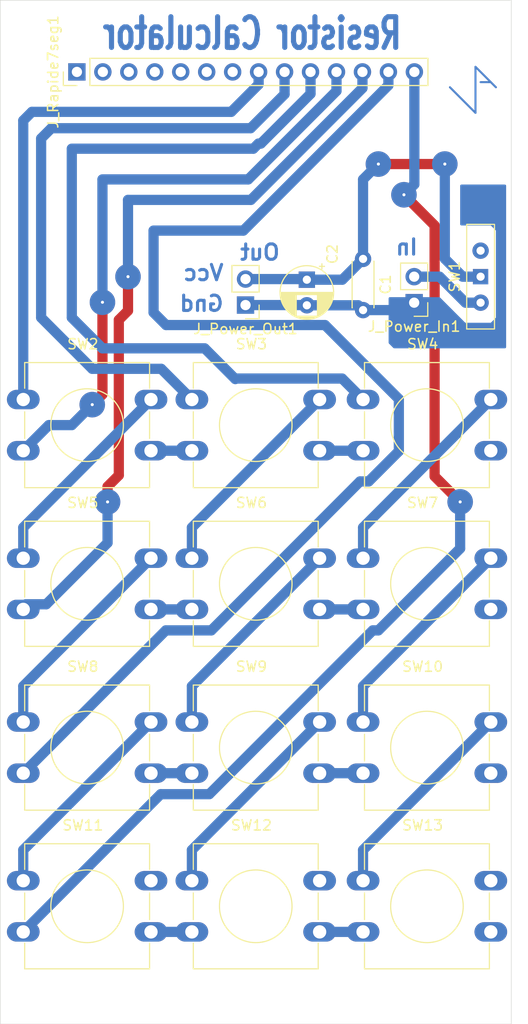
<source format=kicad_pcb>
(kicad_pcb (version 20240108) (generator "pcbnew") (generator_version "8.0")
  (title_block (title "Resistor Calculator") (date "2024-04-15") (company "electrogeek.cc"))
  (layers (0 "F.Cu" signal) (31 "B.Cu" signal) (34 "B.Paste" user) (35 "F.Paste" user) (36 "B.SilkS" user "B.Silkscreen") (37 "F.SilkS" user "F.Silkscreen") (38 "B.Mask" user) (39 "F.Mask" user) (44 "Edge.Cuts" user))
  (net 0 "")
  (net 1 "GND")
  (net 2 "Net-(J_Power_Out1-Pin_2)")
  (net 3 "Net-(J_Power_In1-Pin_2)")
  (net 6 "Net-(J_Rapide7seg1-Pin_11)")
  (net 8 "Net-(J_Rapide7seg1-Pin_13)")
  (net 11 "Net-(J_Rapide7seg1-Pin_8)")
  (net 12 "Net-(J_Rapide7seg1-Pin_12)")
  (net 14 "Net-(J_Rapide7seg1-Pin_10)")
  (net 15 "Net-(J_Rapide7seg1-Pin_9)")
  (net 16 "Net-(J_Rapide7seg1-Pin_14)")
  (footprint "Button_Switch_THT:SW_PUSH-12mm" (layer "F.Cu") (at 164.75 82.5)
    (property "Reference" "SW5" (at 5.83 -5.41 0) (layer "F.SilkS"))
    (property "Value" "SW_SPST")
    (fp_line (start 0.14 -3.61) (end 0.14 -1.1) (stroke (width 0.12)) (layer "F.SilkS"))
    (fp_line (start 0.14 -3.61) (end 12.36 -3.61) (stroke (width 0.12)) (layer "F.SilkS"))
    (fp_line (start 0.14 1.2) (end 0.14 3.8) (stroke (width 0.12)) (layer "F.SilkS"))
    (fp_line (start 0.14 6.1) (end 0.14 8.61) (stroke (width 0.12)) (layer "F.SilkS"))
    (fp_line (start 12.36 -3.61) (end 12.36 -1.1) (stroke (width 0.12)) (layer "F.SilkS"))
    (fp_line (start 12.36 1.2) (end 12.36 3.8) (stroke (width 0.12)) (layer "F.SilkS"))
    (fp_line (start 12.36 6.1) (end 12.36 8.61) (stroke (width 0.12)) (layer "F.SilkS"))
    (fp_line (start 12.36 8.61) (end 0.14 8.61) (stroke (width 0.12)) (layer "F.SilkS"))
    (fp_circle (center 6.25 2.5) (end 9.8 2.5) (stroke (width 0.12)) (fill none) (layer "F.SilkS"))
    (pad "1" thru_hole oval (at 0 0) (size 3.2 1.9) (drill 1.3) (layers "*.Cu" "*.Mask") (net 11 "Net-(J_Rapide7seg1-Pin_8)"))
    (pad "1" thru_hole oval (at 12.5 0) (size 3.2 1.9) (drill 1.3) (layers "*.Cu" "*.Mask") (net 11 "Net-(J_Rapide7seg1-Pin_8)"))
    (pad "2" thru_hole oval (at 0 5) (size 3.2 1.9) (drill 1.3) (layers "*.Cu" "*.Mask") (net 12 "Net-(J_Rapide7seg1-Pin_12)"))
    (pad "2" thru_hole oval (at 12.5 5) (size 3.2 1.9) (drill 1.3) (layers "*.Cu" "*.Mask") (net 12 "Net-(J_Rapide7seg1-Pin_12)"))
  )
  (footprint "Button_Switch_THT:SW_PUSH-12mm" (layer "F.Cu") (at 198 98.5)
    (property "Reference" "SW10" (at 5.83 -5.41 0) (layer "F.SilkS"))
    (property "Value" "SW_SPST")
    (fp_line (start 0.14 -3.61) (end 0.14 -1.1) (stroke (width 0.12)) (layer "F.SilkS"))
    (fp_line (start 0.14 -3.61) (end 12.36 -3.61) (stroke (width 0.12)) (layer "F.SilkS"))
    (fp_line (start 0.14 1.2) (end 0.14 3.8) (stroke (width 0.12)) (layer "F.SilkS"))
    (fp_line (start 0.14 6.1) (end 0.14 8.61) (stroke (width 0.12)) (layer "F.SilkS"))
    (fp_line (start 12.36 -3.61) (end 12.36 -1.1) (stroke (width 0.12)) (layer "F.SilkS"))
    (fp_line (start 12.36 1.2) (end 12.36 3.8) (stroke (width 0.12)) (layer "F.SilkS"))
    (fp_line (start 12.36 6.1) (end 12.36 8.61) (stroke (width 0.12)) (layer "F.SilkS"))
    (fp_line (start 12.36 8.61) (end 0.14 8.61) (stroke (width 0.12)) (layer "F.SilkS"))
    (fp_circle (center 6.25 2.5) (end 9.8 2.5) (stroke (width 0.12)) (fill none) (layer "F.SilkS"))
    (pad "1" thru_hole oval (at 0 0) (size 3.2 1.9) (drill 1.3) (layers "*.Cu" "*.Mask") (net 14 "Net-(J_Rapide7seg1-Pin_10)"))
    (pad "1" thru_hole oval (at 12.5 0) (size 3.2 1.9) (drill 1.3) (layers "*.Cu" "*.Mask") (net 14 "Net-(J_Rapide7seg1-Pin_10)"))
    (pad "2" thru_hole oval (at 0 5) (size 3.2 1.9) (drill 1.3) (layers "*.Cu" "*.Mask") (net 8 "Net-(J_Rapide7seg1-Pin_13)"))
    (pad "2" thru_hole oval (at 12.5 5) (size 3.2 1.9) (drill 1.3) (layers "*.Cu" "*.Mask") (net 8 "Net-(J_Rapide7seg1-Pin_13)"))
  )
  (footprint "Button_Switch_THT:SW_PUSH-12mm" (layer "F.Cu") (at 181.25 114)
    (property "Reference" "SW12" (at 5.83 -5.41 0) (layer "F.SilkS"))
    (property "Value" "SW_SPST")
    (fp_line (start 0.14 -3.61) (end 0.14 -1.1) (stroke (width 0.12)) (layer "F.SilkS"))
    (fp_line (start 0.14 -3.61) (end 12.36 -3.61) (stroke (width 0.12)) (layer "F.SilkS"))
    (fp_line (start 0.14 1.2) (end 0.14 3.8) (stroke (width 0.12)) (layer "F.SilkS"))
    (fp_line (start 0.14 6.1) (end 0.14 8.61) (stroke (width 0.12)) (layer "F.SilkS"))
    (fp_line (start 12.36 -3.61) (end 12.36 -1.1) (stroke (width 0.12)) (layer "F.SilkS"))
    (fp_line (start 12.36 1.2) (end 12.36 3.8) (stroke (width 0.12)) (layer "F.SilkS"))
    (fp_line (start 12.36 6.1) (end 12.36 8.61) (stroke (width 0.12)) (layer "F.SilkS"))
    (fp_line (start 12.36 8.61) (end 0.14 8.61) (stroke (width 0.12)) (layer "F.SilkS"))
    (fp_circle (center 6.25 2.5) (end 9.8 2.5) (stroke (width 0.12)) (fill none) (layer "F.SilkS"))
    (pad "1" thru_hole oval (at 0 0) (size 3.2 1.9) (drill 1.3) (layers "*.Cu" "*.Mask") (net 15 "Net-(J_Rapide7seg1-Pin_9)"))
    (pad "1" thru_hole oval (at 12.5 0) (size 3.2 1.9) (drill 1.3) (layers "*.Cu" "*.Mask") (net 15 "Net-(J_Rapide7seg1-Pin_9)"))
    (pad "2" thru_hole oval (at 0 5) (size 3.2 1.9) (drill 1.3) (layers "*.Cu" "*.Mask") (net 16 "Net-(J_Rapide7seg1-Pin_14)"))
    (pad "2" thru_hole oval (at 12.5 5) (size 3.2 1.9) (drill 1.3) (layers "*.Cu" "*.Mask") (net 16 "Net-(J_Rapide7seg1-Pin_14)"))
  )
  (footprint "Connector_PinHeader_2.54mm:PinHeader_1x14_P2.54mm_Vertical" (layer "F.Cu") (at 170 35 90)
    (property "Reference" "J_Rapide7seg1" (at 0 -2.33 -90) (layer "F.SilkS"))
    (property "Value" "Conn_01x14")
    (fp_line (start -1.33 -1.33) (end 0 -1.33) (stroke (width 0.12)) (layer "F.SilkS"))
    (fp_line (start -1.33 0) (end -1.33 -1.33) (stroke (width 0.12)) (layer "F.SilkS"))
    (fp_line (start 1.33 1.27) (end 1.33 34.35) (stroke (width 0.12)) (layer "F.SilkS"))
    (fp_line (start -1.33 1.27) (end 1.33 1.27) (stroke (width 0.12)) (layer "F.SilkS"))
    (fp_line (start -1.33 1.27) (end -1.33 34.35) (stroke (width 0.12)) (layer "F.SilkS"))
    (fp_line (start -1.33 34.35) (end 1.33 34.35) (stroke (width 0.12)) (layer "F.SilkS"))
    (pad "1" thru_hole rect (at 0 0 90) (size 1.7 1.7) (drill 1) (layers "*.Cu" "*.Mask"))
    (pad "2" thru_hole oval (at 0 2.54 90) (size 1.7 1.7) (drill 1) (layers "*.Cu" "*.Mask"))
    (pad "3" thru_hole oval (at 0 5.08 90) (size 1.7 1.7) (drill 1) (layers "*.Cu" "*.Mask"))
    (pad "4" thru_hole oval (at 0 7.62 90) (size 1.7 1.7) (drill 1) (layers "*.Cu" "*.Mask"))
    (pad "5" thru_hole oval (at 0 10.16 90) (size 1.7 1.7) (drill 1) (layers "*.Cu" "*.Mask"))
    (pad "6" thru_hole oval (at 0 12.7 90) (size 1.7 1.7) (drill 1) (layers "*.Cu" "*.Mask"))
    (pad "7" thru_hole oval (at 0 15.24 90) (size 1.7 1.7) (drill 1) (layers "*.Cu" "*.Mask"))
    (pad "8" thru_hole oval (at 0 17.78 90) (size 1.7 1.7) (drill 1) (layers "*.Cu" "*.Mask") (net 11 "Net-(J_Rapide7seg1-Pin_8)"))
    (pad "9" thru_hole oval (at 0 20.32 90) (size 1.7 1.7) (drill 1) (layers "*.Cu" "*.Mask") (net 15 "Net-(J_Rapide7seg1-Pin_9)"))
    (pad "10" thru_hole oval (at 0 22.86 90) (size 1.7 1.7) (drill 1) (layers "*.Cu" "*.Mask") (net 14 "Net-(J_Rapide7seg1-Pin_10)"))
    (pad "11" thru_hole oval (at 0 25.4 90) (size 1.7 1.7) (drill 1) (layers "*.Cu" "*.Mask") (net 6 "Net-(J_Rapide7seg1-Pin_11)"))
    (pad "12" thru_hole oval (at 0 27.94 90) (size 1.7 1.7) (drill 1) (layers "*.Cu" "*.Mask") (net 12 "Net-(J_Rapide7seg1-Pin_12)"))
    (pad "13" thru_hole oval (at 0 30.48 90) (size 1.7 1.7) (drill 1) (layers "*.Cu" "*.Mask") (net 8 "Net-(J_Rapide7seg1-Pin_13)"))
    (pad "14" thru_hole oval (at 0 33.02 90) (size 1.7 1.7) (drill 1) (layers "*.Cu" "*.Mask") (net 16 "Net-(J_Rapide7seg1-Pin_14)"))
  )
  (footprint "Button_Switch_THT:SW_PUSH-12mm" (layer "F.Cu") (at 164.75 67)
    (property "Reference" "SW2" (at 5.83 -5.41 0) (layer "F.SilkS"))
    (property "Value" "SW_SPST")
    (fp_line (start 0.14 -3.61) (end 0.14 -1.1) (stroke (width 0.12)) (layer "F.SilkS"))
    (fp_line (start 0.14 -3.61) (end 12.36 -3.61) (stroke (width 0.12)) (layer "F.SilkS"))
    (fp_line (start 0.14 1.2) (end 0.14 3.8) (stroke (width 0.12)) (layer "F.SilkS"))
    (fp_line (start 0.14 6.1) (end 0.14 8.61) (stroke (width 0.12)) (layer "F.SilkS"))
    (fp_line (start 12.36 -3.61) (end 12.36 -1.1) (stroke (width 0.12)) (layer "F.SilkS"))
    (fp_line (start 12.36 1.2) (end 12.36 3.8) (stroke (width 0.12)) (layer "F.SilkS"))
    (fp_line (start 12.36 6.1) (end 12.36 8.61) (stroke (width 0.12)) (layer "F.SilkS"))
    (fp_line (start 12.36 8.61) (end 0.14 8.61) (stroke (width 0.12)) (layer "F.SilkS"))
    (fp_circle (center 6.25 2.5) (end 9.8 2.5) (stroke (width 0.12)) (fill none) (layer "F.SilkS"))
    (pad "1" thru_hole oval (at 0 0) (size 3.2 1.9) (drill 1.3) (layers "*.Cu" "*.Mask") (net 11 "Net-(J_Rapide7seg1-Pin_8)"))
    (pad "1" thru_hole oval (at 12.5 0) (size 3.2 1.9) (drill 1.3) (layers "*.Cu" "*.Mask") (net 11 "Net-(J_Rapide7seg1-Pin_8)"))
    (pad "2" thru_hole oval (at 0 5) (size 3.2 1.9) (drill 1.3) (layers "*.Cu" "*.Mask") (net 6 "Net-(J_Rapide7seg1-Pin_11)"))
    (pad "2" thru_hole oval (at 12.5 5) (size 3.2 1.9) (drill 1.3) (layers "*.Cu" "*.Mask") (net 6 "Net-(J_Rapide7seg1-Pin_11)"))
  )
  (footprint "Button_Switch_THT:SW_PUSH-12mm" (layer "F.Cu") (at 198 67)
    (property "Reference" "SW4" (at 5.83 -5.41 0) (layer "F.SilkS"))
    (property "Value" "SW_SPST")
    (fp_line (start 0.14 -3.61) (end 0.14 -1.1) (stroke (width 0.12)) (layer "F.SilkS"))
    (fp_line (start 0.14 -3.61) (end 12.36 -3.61) (stroke (width 0.12)) (layer "F.SilkS"))
    (fp_line (start 0.14 1.2) (end 0.14 3.8) (stroke (width 0.12)) (layer "F.SilkS"))
    (fp_line (start 0.14 6.1) (end 0.14 8.61) (stroke (width 0.12)) (layer "F.SilkS"))
    (fp_line (start 12.36 -3.61) (end 12.36 -1.1) (stroke (width 0.12)) (layer "F.SilkS"))
    (fp_line (start 12.36 1.2) (end 12.36 3.8) (stroke (width 0.12)) (layer "F.SilkS"))
    (fp_line (start 12.36 6.1) (end 12.36 8.61) (stroke (width 0.12)) (layer "F.SilkS"))
    (fp_line (start 12.36 8.61) (end 0.14 8.61) (stroke (width 0.12)) (layer "F.SilkS"))
    (fp_circle (center 6.25 2.5) (end 9.8 2.5) (stroke (width 0.12)) (fill none) (layer "F.SilkS"))
    (pad "1" thru_hole oval (at 0 0) (size 3.2 1.9) (drill 1.3) (layers "*.Cu" "*.Mask") (net 14 "Net-(J_Rapide7seg1-Pin_10)"))
    (pad "1" thru_hole oval (at 12.5 0) (size 3.2 1.9) (drill 1.3) (layers "*.Cu" "*.Mask") (net 14 "Net-(J_Rapide7seg1-Pin_10)"))
    (pad "2" thru_hole oval (at 0 5) (size 3.2 1.9) (drill 1.3) (layers "*.Cu" "*.Mask") (net 6 "Net-(J_Rapide7seg1-Pin_11)"))
    (pad "2" thru_hole oval (at 12.5 5) (size 3.2 1.9) (drill 1.3) (layers "*.Cu" "*.Mask") (net 6 "Net-(J_Rapide7seg1-Pin_11)"))
  )
  (footprint "Button_Switch_THT:SW_PUSH-12mm" (layer "F.Cu") (at 164.75 98.5)
    (property "Reference" "SW8" (at 5.83 -5.41 0) (layer "F.SilkS"))
    (property "Value" "SW_SPST")
    (fp_line (start 0.14 -3.61) (end 0.14 -1.1) (stroke (width 0.12)) (layer "F.SilkS"))
    (fp_line (start 0.14 -3.61) (end 12.36 -3.61) (stroke (width 0.12)) (layer "F.SilkS"))
    (fp_line (start 0.14 1.2) (end 0.14 3.8) (stroke (width 0.12)) (layer "F.SilkS"))
    (fp_line (start 0.14 6.1) (end 0.14 8.61) (stroke (width 0.12)) (layer "F.SilkS"))
    (fp_line (start 12.36 -3.61) (end 12.36 -1.1) (stroke (width 0.12)) (layer "F.SilkS"))
    (fp_line (start 12.36 1.2) (end 12.36 3.8) (stroke (width 0.12)) (layer "F.SilkS"))
    (fp_line (start 12.36 6.1) (end 12.36 8.61) (stroke (width 0.12)) (layer "F.SilkS"))
    (fp_line (start 12.36 8.61) (end 0.14 8.61) (stroke (width 0.12)) (layer "F.SilkS"))
    (fp_circle (center 6.25 2.5) (end 9.8 2.5) (stroke (width 0.12)) (fill none) (layer "F.SilkS"))
    (pad "1" thru_hole oval (at 0 0) (size 3.2 1.9) (drill 1.3) (layers "*.Cu" "*.Mask") (net 11 "Net-(J_Rapide7seg1-Pin_8)"))
    (pad "1" thru_hole oval (at 12.5 0) (size 3.2 1.9) (drill 1.3) (layers "*.Cu" "*.Mask") (net 11 "Net-(J_Rapide7seg1-Pin_8)"))
    (pad "2" thru_hole oval (at 0 5) (size 3.2 1.9) (drill 1.3) (layers "*.Cu" "*.Mask") (net 8 "Net-(J_Rapide7seg1-Pin_13)"))
    (pad "2" thru_hole oval (at 12.5 5) (size 3.2 1.9) (drill 1.3) (layers "*.Cu" "*.Mask") (net 8 "Net-(J_Rapide7seg1-Pin_13)"))
  )
  (footprint "Button_Switch_THT:SW_PUSH-12mm" (layer "F.Cu") (at 164.75 114)
    (property "Reference" "SW11" (at 5.83 -5.41 0) (layer "F.SilkS"))
    (property "Value" "SW_SPST")
    (fp_line (start 0.14 -3.61) (end 0.14 -1.1) (stroke (width 0.12)) (layer "F.SilkS"))
    (fp_line (start 0.14 -3.61) (end 12.36 -3.61) (stroke (width 0.12)) (layer "F.SilkS"))
    (fp_line (start 0.14 1.2) (end 0.14 3.8) (stroke (width 0.12)) (layer "F.SilkS"))
    (fp_line (start 0.14 6.1) (end 0.14 8.61) (stroke (width 0.12)) (layer "F.SilkS"))
    (fp_line (start 12.36 -3.61) (end 12.36 -1.1) (stroke (width 0.12)) (layer "F.SilkS"))
    (fp_line (start 12.36 1.2) (end 12.36 3.8) (stroke (width 0.12)) (layer "F.SilkS"))
    (fp_line (start 12.36 6.1) (end 12.36 8.61) (stroke (width 0.12)) (layer "F.SilkS"))
    (fp_line (start 12.36 8.61) (end 0.14 8.61) (stroke (width 0.12)) (layer "F.SilkS"))
    (fp_circle (center 6.25 2.5) (end 9.8 2.5) (stroke (width 0.12)) (fill none) (layer "F.SilkS"))
    (pad "1" thru_hole oval (at 0 0) (size 3.2 1.9) (drill 1.3) (layers "*.Cu" "*.Mask") (net 11 "Net-(J_Rapide7seg1-Pin_8)"))
    (pad "1" thru_hole oval (at 12.5 0) (size 3.2 1.9) (drill 1.3) (layers "*.Cu" "*.Mask") (net 11 "Net-(J_Rapide7seg1-Pin_8)"))
    (pad "2" thru_hole oval (at 0 5) (size 3.2 1.9) (drill 1.3) (layers "*.Cu" "*.Mask") (net 16 "Net-(J_Rapide7seg1-Pin_14)"))
    (pad "2" thru_hole oval (at 12.5 5) (size 3.2 1.9) (drill 1.3) (layers "*.Cu" "*.Mask") (net 16 "Net-(J_Rapide7seg1-Pin_14)"))
  )
  (footprint "Button_Switch_THT:SW_PUSH-12mm" (layer "F.Cu") (at 181.25 82.5)
    (property "Reference" "SW6" (at 5.83 -5.41 0) (layer "F.SilkS"))
    (property "Value" "SW_SPST")
    (fp_line (start 0.14 -3.61) (end 0.14 -1.1) (stroke (width 0.12)) (layer "F.SilkS"))
    (fp_line (start 0.14 -3.61) (end 12.36 -3.61) (stroke (width 0.12)) (layer "F.SilkS"))
    (fp_line (start 0.14 1.2) (end 0.14 3.8) (stroke (width 0.12)) (layer "F.SilkS"))
    (fp_line (start 0.14 6.1) (end 0.14 8.61) (stroke (width 0.12)) (layer "F.SilkS"))
    (fp_line (start 12.36 -3.61) (end 12.36 -1.1) (stroke (width 0.12)) (layer "F.SilkS"))
    (fp_line (start 12.36 1.2) (end 12.36 3.8) (stroke (width 0.12)) (layer "F.SilkS"))
    (fp_line (start 12.36 6.1) (end 12.36 8.61) (stroke (width 0.12)) (layer "F.SilkS"))
    (fp_line (start 12.36 8.61) (end 0.14 8.61) (stroke (width 0.12)) (layer "F.SilkS"))
    (fp_circle (center 6.25 2.5) (end 9.8 2.5) (stroke (width 0.12)) (fill none) (layer "F.SilkS"))
    (pad "1" thru_hole oval (at 0 0) (size 3.2 1.9) (drill 1.3) (layers "*.Cu" "*.Mask") (net 15 "Net-(J_Rapide7seg1-Pin_9)"))
    (pad "1" thru_hole oval (at 12.5 0) (size 3.2 1.9) (drill 1.3) (layers "*.Cu" "*.Mask") (net 15 "Net-(J_Rapide7seg1-Pin_9)"))
    (pad "2" thru_hole oval (at 0 5) (size 3.2 1.9) (drill 1.3) (layers "*.Cu" "*.Mask") (net 12 "Net-(J_Rapide7seg1-Pin_12)"))
    (pad "2" thru_hole oval (at 12.5 5) (size 3.2 1.9) (drill 1.3) (layers "*.Cu" "*.Mask") (net 12 "Net-(J_Rapide7seg1-Pin_12)"))
  )
  (footprint "Connector_PinHeader_2.54mm:PinHeader_1x02_P2.54mm_Vertical" (layer "F.Cu") (at 203 57.54 180)
    (property "Reference" "J_Power_In1" (at 0 -2.33 180) (layer "F.SilkS"))
    (property "Value" "Conn_01x02")
    (fp_line (start 1.33 1.27) (end 1.33 3.87) (stroke (width 0.12)) (layer "F.SilkS"))
    (fp_line (start -1.33 3.87) (end 1.33 3.87) (stroke (width 0.12)) (layer "F.SilkS"))
    (fp_line (start -1.33 1.27) (end 1.33 1.27) (stroke (width 0.12)) (layer "F.SilkS"))
    (fp_line (start -1.33 1.27) (end -1.33 3.87) (stroke (width 0.12)) (layer "F.SilkS"))
    (fp_line (start -1.33 0) (end -1.33 -1.33) (stroke (width 0.12)) (layer "F.SilkS"))
    (fp_line (start -1.33 -1.33) (end 0 -1.33) (stroke (width 0.12)) (layer "F.SilkS"))
    (pad "1" thru_hole rect (at 0 0 180) (size 1.7 1.7) (drill 1) (layers "*.Cu" "*.Mask") (net 1 "GND"))
    (pad "2" thru_hole oval (at 0 2.54 180) (size 1.7 1.7) (drill 1) (layers "*.Cu" "*.Mask") (net 3 "Net-(J_Power_In1-Pin_2)"))
  )
  (footprint "Connector_PinHeader_2.54mm:PinHeader_1x02_P2.54mm_Vertical" (layer "F.Cu") (at 186.5 57.775 180)
    (property "Reference" "J_Power_Out1" (at 0 -2.33 180) (layer "F.SilkS"))
    (property "Value" "Conn_01x02")
    (fp_line (start 1.33 1.27) (end 1.33 3.87) (stroke (width 0.12)) (layer "F.SilkS"))
    (fp_line (start -1.33 3.87) (end 1.33 3.87) (stroke (width 0.12)) (layer "F.SilkS"))
    (fp_line (start -1.33 1.27) (end 1.33 1.27) (stroke (width 0.12)) (layer "F.SilkS"))
    (fp_line (start -1.33 1.27) (end -1.33 3.87) (stroke (width 0.12)) (layer "F.SilkS"))
    (fp_line (start -1.33 0) (end -1.33 -1.33) (stroke (width 0.12)) (layer "F.SilkS"))
    (fp_line (start -1.33 -1.33) (end 0 -1.33) (stroke (width 0.12)) (layer "F.SilkS"))
    (pad "1" thru_hole rect (at 0 0 180) (size 1.7 1.7) (drill 1) (layers "*.Cu" "*.Mask") (net 1 "GND"))
    (pad "2" thru_hole oval (at 0 2.54 180) (size 1.7 1.7) (drill 1) (layers "*.Cu" "*.Mask") (net 2 "Net-(J_Power_Out1-Pin_2)"))
  )
  (footprint "Button_Switch_THT:SW_PUSH-12mm" (layer "F.Cu") (at 198 114)
    (property "Reference" "SW13" (at 5.83 -5.41 0) (layer "F.SilkS"))
    (property "Value" "SW_SPST")
    (fp_line (start 0.14 -3.61) (end 0.14 -1.1) (stroke (width 0.12)) (layer "F.SilkS"))
    (fp_line (start 0.14 -3.61) (end 12.36 -3.61) (stroke (width 0.12)) (layer "F.SilkS"))
    (fp_line (start 0.14 1.2) (end 0.14 3.8) (stroke (width 0.12)) (layer "F.SilkS"))
    (fp_line (start 0.14 6.1) (end 0.14 8.61) (stroke (width 0.12)) (layer "F.SilkS"))
    (fp_line (start 12.36 -3.61) (end 12.36 -1.1) (stroke (width 0.12)) (layer "F.SilkS"))
    (fp_line (start 12.36 1.2) (end 12.36 3.8) (stroke (width 0.12)) (layer "F.SilkS"))
    (fp_line (start 12.36 6.1) (end 12.36 8.61) (stroke (width 0.12)) (layer "F.SilkS"))
    (fp_line (start 12.36 8.61) (end 0.14 8.61) (stroke (width 0.12)) (layer "F.SilkS"))
    (fp_circle (center 6.25 2.5) (end 9.8 2.5) (stroke (width 0.12)) (fill none) (layer "F.SilkS"))
    (pad "1" thru_hole oval (at 0 0) (size 3.2 1.9) (drill 1.3) (layers "*.Cu" "*.Mask") (net 14 "Net-(J_Rapide7seg1-Pin_10)"))
    (pad "1" thru_hole oval (at 12.5 0) (size 3.2 1.9) (drill 1.3) (layers "*.Cu" "*.Mask") (net 14 "Net-(J_Rapide7seg1-Pin_10)"))
    (pad "2" thru_hole oval (at 0 5) (size 3.2 1.9) (drill 1.3) (layers "*.Cu" "*.Mask") (net 16 "Net-(J_Rapide7seg1-Pin_14)"))
    (pad "2" thru_hole oval (at 12.5 5) (size 3.2 1.9) (drill 1.3) (layers "*.Cu" "*.Mask") (net 16 "Net-(J_Rapide7seg1-Pin_14)"))
  )
  (footprint "Button_Switch_THT:SW_PUSH-12mm" (layer "F.Cu") (at 181.25 98.5)
    (property "Reference" "SW9" (at 5.83 -5.41 0) (layer "F.SilkS"))
    (property "Value" "SW_SPST")
    (fp_line (start 0.14 -3.61) (end 0.14 -1.1) (stroke (width 0.12)) (layer "F.SilkS"))
    (fp_line (start 0.14 -3.61) (end 12.36 -3.61) (stroke (width 0.12)) (layer "F.SilkS"))
    (fp_line (start 0.14 1.2) (end 0.14 3.8) (stroke (width 0.12)) (layer "F.SilkS"))
    (fp_line (start 0.14 6.1) (end 0.14 8.61) (stroke (width 0.12)) (layer "F.SilkS"))
    (fp_line (start 12.36 -3.61) (end 12.36 -1.1) (stroke (width 0.12)) (layer "F.SilkS"))
    (fp_line (start 12.36 1.2) (end 12.36 3.8) (stroke (width 0.12)) (layer "F.SilkS"))
    (fp_line (start 12.36 6.1) (end 12.36 8.61) (stroke (width 0.12)) (layer "F.SilkS"))
    (fp_line (start 12.36 8.61) (end 0.14 8.61) (stroke (width 0.12)) (layer "F.SilkS"))
    (fp_circle (center 6.25 2.5) (end 9.8 2.5) (stroke (width 0.12)) (fill none) (layer "F.SilkS"))
    (pad "1" thru_hole oval (at 0 0) (size 3.2 1.9) (drill 1.3) (layers "*.Cu" "*.Mask") (net 15 "Net-(J_Rapide7seg1-Pin_9)"))
    (pad "1" thru_hole oval (at 12.5 0) (size 3.2 1.9) (drill 1.3) (layers "*.Cu" "*.Mask") (net 15 "Net-(J_Rapide7seg1-Pin_9)"))
    (pad "2" thru_hole oval (at 0 5) (size 3.2 1.9) (drill 1.3) (layers "*.Cu" "*.Mask") (net 8 "Net-(J_Rapide7seg1-Pin_13)"))
    (pad "2" thru_hole oval (at 12.5 5) (size 3.2 1.9) (drill 1.3) (layers "*.Cu" "*.Mask") (net 8 "Net-(J_Rapide7seg1-Pin_13)"))
  )
  (footprint "Button_Switch_THT:SW_PUSH-12mm" (layer "F.Cu") (at 181.25 67)
    (property "Reference" "SW3" (at 5.83 -5.41 0) (layer "F.SilkS"))
    (property "Value" "SW_SPST")
    (fp_line (start 0.14 -3.61) (end 0.14 -1.1) (stroke (width 0.12)) (layer "F.SilkS"))
    (fp_line (start 0.14 -3.61) (end 12.36 -3.61) (stroke (width 0.12)) (layer "F.SilkS"))
    (fp_line (start 0.14 1.2) (end 0.14 3.8) (stroke (width 0.12)) (layer "F.SilkS"))
    (fp_line (start 0.14 6.1) (end 0.14 8.61) (stroke (width 0.12)) (layer "F.SilkS"))
    (fp_line (start 12.36 -3.61) (end 12.36 -1.1) (stroke (width 0.12)) (layer "F.SilkS"))
    (fp_line (start 12.36 1.2) (end 12.36 3.8) (stroke (width 0.12)) (layer "F.SilkS"))
    (fp_line (start 12.36 6.1) (end 12.36 8.61) (stroke (width 0.12)) (layer "F.SilkS"))
    (fp_line (start 12.36 8.61) (end 0.14 8.61) (stroke (width 0.12)) (layer "F.SilkS"))
    (fp_circle (center 6.25 2.5) (end 9.8 2.5) (stroke (width 0.12)) (fill none) (layer "F.SilkS"))
    (pad "1" thru_hole oval (at 0 0) (size 3.2 1.9) (drill 1.3) (layers "*.Cu" "*.Mask") (net 15 "Net-(J_Rapide7seg1-Pin_9)"))
    (pad "1" thru_hole oval (at 12.5 0) (size 3.2 1.9) (drill 1.3) (layers "*.Cu" "*.Mask") (net 15 "Net-(J_Rapide7seg1-Pin_9)"))
    (pad "2" thru_hole oval (at 0 5) (size 3.2 1.9) (drill 1.3) (layers "*.Cu" "*.Mask") (net 6 "Net-(J_Rapide7seg1-Pin_11)"))
    (pad "2" thru_hole oval (at 12.5 5) (size 3.2 1.9) (drill 1.3) (layers "*.Cu" "*.Mask") (net 6 "Net-(J_Rapide7seg1-Pin_11)"))
  )
  (footprint "Button_Switch_THT:SW_PUSH-12mm" (layer "F.Cu") (at 198 82.5)
    (property "Reference" "SW7" (at 5.83 -5.41 0) (layer "F.SilkS"))
    (property "Value" "SW_SPST")
    (fp_line (start 0.14 -3.61) (end 0.14 -1.1) (stroke (width 0.12)) (layer "F.SilkS"))
    (fp_line (start 0.14 -3.61) (end 12.36 -3.61) (stroke (width 0.12)) (layer "F.SilkS"))
    (fp_line (start 0.14 1.2) (end 0.14 3.8) (stroke (width 0.12)) (layer "F.SilkS"))
    (fp_line (start 0.14 6.1) (end 0.14 8.61) (stroke (width 0.12)) (layer "F.SilkS"))
    (fp_line (start 12.36 -3.61) (end 12.36 -1.1) (stroke (width 0.12)) (layer "F.SilkS"))
    (fp_line (start 12.36 1.2) (end 12.36 3.8) (stroke (width 0.12)) (layer "F.SilkS"))
    (fp_line (start 12.36 6.1) (end 12.36 8.61) (stroke (width 0.12)) (layer "F.SilkS"))
    (fp_line (start 12.36 8.61) (end 0.14 8.61) (stroke (width 0.12)) (layer "F.SilkS"))
    (fp_circle (center 6.25 2.5) (end 9.8 2.5) (stroke (width 0.12)) (fill none) (layer "F.SilkS"))
    (pad "1" thru_hole oval (at 0 0) (size 3.2 1.9) (drill 1.3) (layers "*.Cu" "*.Mask") (net 14 "Net-(J_Rapide7seg1-Pin_10)"))
    (pad "1" thru_hole oval (at 12.5 0) (size 3.2 1.9) (drill 1.3) (layers "*.Cu" "*.Mask") (net 14 "Net-(J_Rapide7seg1-Pin_10)"))
    (pad "2" thru_hole oval (at 0 5) (size 3.2 1.9) (drill 1.3) (layers "*.Cu" "*.Mask") (net 12 "Net-(J_Rapide7seg1-Pin_12)"))
    (pad "2" thru_hole oval (at 12.5 5) (size 3.2 1.9) (drill 1.3) (layers "*.Cu" "*.Mask") (net 12 "Net-(J_Rapide7seg1-Pin_12)"))
  )
  (footprint "Capacitor_THT:CP_Radial_D5.0mm_P2.50mm" (layer "F.Cu") (at 192.5 55.294888 -90)
    (property "Reference" "C2" (at -2.5 -2.5 90) (layer "F.SilkS"))
    (property "Value" "C_Polarized")
    (fp_line (start 1.49 1.04) (end 1.49 2.569) (stroke (width 0.12)) (layer "F.SilkS"))
    (fp_line (start 1.53 1.04) (end 1.53 2.565) (stroke (width 0.12)) (layer "F.SilkS"))
    (fp_line (start 1.57 1.04) (end 1.57 2.561) (stroke (width 0.12)) (layer "F.SilkS"))
    (fp_line (start 1.61 1.04) (end 1.61 2.556) (stroke (width 0.12)) (layer "F.SilkS"))
    (fp_line (start 1.65 1.04) (end 1.65 2.55) (stroke (width 0.12)) (layer "F.SilkS"))
    (fp_line (start 1.69 1.04) (end 1.69 2.543) (stroke (width 0.12)) (layer "F.SilkS"))
    (fp_line (start 1.73 1.04) (end 1.73 2.536) (stroke (width 0.12)) (layer "F.SilkS"))
    (fp_line (start 1.77 1.04) (end 1.77 2.528) (stroke (width 0.12)) (layer "F.SilkS"))
    (fp_line (start 1.81 1.04) (end 1.81 2.52) (stroke (width 0.12)) (layer "F.SilkS"))
    (fp_line (start 1.85 1.04) (end 1.85 2.511) (stroke (width 0.12)) (layer "F.SilkS"))
    (fp_line (start 1.89 1.04) (end 1.89 2.501) (stroke (width 0.12)) (layer "F.SilkS"))
    (fp_line (start 1.93 1.04) (end 1.93 2.491) (stroke (width 0.12)) (layer "F.SilkS"))
    (fp_line (start 1.971 1.04) (end 1.971 2.48) (stroke (width 0.12)) (layer "F.SilkS"))
    (fp_line (start 2.011 1.04) (end 2.011 2.468) (stroke (width 0.12)) (layer "F.SilkS"))
    (fp_line (start 2.051 1.04) (end 2.051 2.455) (stroke (width 0.12)) (layer "F.SilkS"))
    (fp_line (start 2.091 1.04) (end 2.091 2.442) (stroke (width 0.12)) (layer "F.SilkS"))
    (fp_line (start 2.131 1.04) (end 2.131 2.428) (stroke (width 0.12)) (layer "F.SilkS"))
    (fp_line (start 2.171 1.04) (end 2.171 2.414) (stroke (width 0.12)) (layer "F.SilkS"))
    (fp_line (start 2.211 1.04) (end 2.211 2.398) (stroke (width 0.12)) (layer "F.SilkS"))
    (fp_line (start 2.251 1.04) (end 2.251 2.382) (stroke (width 0.12)) (layer "F.SilkS"))
    (fp_line (start 2.291 1.04) (end 2.291 2.365) (stroke (width 0.12)) (layer "F.SilkS"))
    (fp_line (start 2.331 1.04) (end 2.331 2.348) (stroke (width 0.12)) (layer "F.SilkS"))
    (fp_line (start 2.371 1.04) (end 2.371 2.329) (stroke (width 0.12)) (layer "F.SilkS"))
    (fp_line (start 2.411 1.04) (end 2.411 2.31) (stroke (width 0.12)) (layer "F.SilkS"))
    (fp_line (start 2.451 1.04) (end 2.451 2.29) (stroke (width 0.12)) (layer "F.SilkS"))
    (fp_line (start 2.491 1.04) (end 2.491 2.268) (stroke (width 0.12)) (layer "F.SilkS"))
    (fp_line (start 2.531 1.04) (end 2.531 2.247) (stroke (width 0.12)) (layer "F.SilkS"))
    (fp_line (start 2.571 1.04) (end 2.571 2.224) (stroke (width 0.12)) (layer "F.SilkS"))
    (fp_line (start 2.611 1.04) (end 2.611 2.2) (stroke (width 0.12)) (layer "F.SilkS"))
    (fp_line (start 2.651 1.04) (end 2.651 2.175) (stroke (width 0.12)) (layer "F.SilkS"))
    (fp_line (start 2.691 1.04) (end 2.691 2.149) (stroke (width 0.12)) (layer "F.SilkS"))
    (fp_line (start 2.731 1.04) (end 2.731 2.122) (stroke (width 0.12)) (layer "F.SilkS"))
    (fp_line (start 2.771 1.04) (end 2.771 2.095) (stroke (width 0.12)) (layer "F.SilkS"))
    (fp_line (start 2.811 1.04) (end 2.811 2.065) (stroke (width 0.12)) (layer "F.SilkS"))
    (fp_line (start 2.851 1.04) (end 2.851 2.035) (stroke (width 0.12)) (layer "F.SilkS"))
    (fp_line (start 2.891 1.04) (end 2.891 2.004) (stroke (width 0.12)) (layer "F.SilkS"))
    (fp_line (start 2.931 1.04) (end 2.931 1.971) (stroke (width 0.12)) (layer "F.SilkS"))
    (fp_line (start 2.971 1.04) (end 2.971 1.937) (stroke (width 0.12)) (layer "F.SilkS"))
    (fp_line (start 3.011 1.04) (end 3.011 1.901) (stroke (width 0.12)) (layer "F.SilkS"))
    (fp_line (start 3.051 1.04) (end 3.051 1.864) (stroke (width 0.12)) (layer "F.SilkS"))
    (fp_line (start 3.091 1.04) (end 3.091 1.826) (stroke (width 0.12)) (layer "F.SilkS"))
    (fp_line (start 3.131 1.04) (end 3.131 1.785) (stroke (width 0.12)) (layer "F.SilkS"))
    (fp_line (start 3.171 1.04) (end 3.171 1.743) (stroke (width 0.12)) (layer "F.SilkS"))
    (fp_line (start 3.211 1.04) (end 3.211 1.699) (stroke (width 0.12)) (layer "F.SilkS"))
    (fp_line (start 3.251 1.04) (end 3.251 1.653) (stroke (width 0.12)) (layer "F.SilkS"))
    (fp_line (start 3.291 1.04) (end 3.291 1.605) (stroke (width 0.12)) (layer "F.SilkS"))
    (fp_line (start 3.331 1.04) (end 3.331 1.554) (stroke (width 0.12)) (layer "F.SilkS"))
    (fp_line (start 3.371 1.04) (end 3.371 1.5) (stroke (width 0.12)) (layer "F.SilkS"))
    (fp_line (start 3.411 1.04) (end 3.411 1.443) (stroke (width 0.12)) (layer "F.SilkS"))
    (fp_line (start 3.451 1.04) (end 3.451 1.383) (stroke (width 0.12)) (layer "F.SilkS"))
    (fp_line (start 3.491 1.04) (end 3.491 1.319) (stroke (width 0.12)) (layer "F.SilkS"))
    (fp_line (start 3.531 1.04) (end 3.531 1.251) (stroke (width 0.12)) (layer "F.SilkS"))
    (fp_line (start 3.851 -0.284) (end 3.851 0.284) (stroke (width 0.12)) (layer "F.SilkS"))
    (fp_line (start 3.811 -0.518) (end 3.811 0.518) (stroke (width 0.12)) (layer "F.SilkS"))
    (fp_line (start 3.771 -0.677) (end 3.771 0.677) (stroke (width 0.12)) (layer "F.SilkS"))
    (fp_line (start 3.731 -0.805) (end 3.731 0.805) (stroke (width 0.12)) (layer "F.SilkS"))
    (fp_line (start 3.691 -0.915) (end 3.691 0.915) (stroke (width 0.12)) (layer "F.SilkS"))
    (fp_line (start 3.651 -1.011) (end 3.651 1.011) (stroke (width 0.12)) (layer "F.SilkS"))
    (fp_line (start 3.611 -1.098) (end 3.611 1.098) (stroke (width 0.12)) (layer "F.SilkS"))
    (fp_line (start 3.571 -1.178) (end 3.571 1.178) (stroke (width 0.12)) (layer "F.SilkS"))
    (fp_line (start 3.531 -1.251) (end 3.531 -1.04) (stroke (width 0.12)) (layer "F.SilkS"))
    (fp_line (start 3.491 -1.319) (end 3.491 -1.04) (stroke (width 0.12)) (layer "F.SilkS"))
    (fp_line (start 3.451 -1.383) (end 3.451 -1.04) (stroke (width 0.12)) (layer "F.SilkS"))
    (fp_line (start 3.411 -1.443) (end 3.411 -1.04) (stroke (width 0.12)) (layer "F.SilkS"))
    (fp_line (start -1.554775 -1.475) (end -1.054775 -1.475) (stroke (width 0.12)) (layer "F.SilkS"))
    (fp_line (start 3.371 -1.5) (end 3.371 -1.04) (stroke (width 0.12)) (layer "F.SilkS"))
    (fp_line (start 3.331 -1.554) (end 3.331 -1.04) (stroke (width 0.12)) (layer "F.SilkS"))
    (fp_line (start 3.291 -1.605) (end 3.291 -1.04) (stroke (width 0.12)) (layer "F.SilkS"))
    (fp_line (start 3.251 -1.653) (end 3.251 -1.04) (stroke (width 0.12)) (layer "F.SilkS"))
    (fp_line (start 3.211 -1.699) (end 3.211 -1.04) (stroke (width 0.12)) (layer "F.SilkS"))
    (fp_line (start -1.304775 -1.725) (end -1.304775 -1.225) (stroke (width 0.12)) (layer "F.SilkS"))
    (fp_line (start 3.171 -1.743) (end 3.171 -1.04) (stroke (width 0.12)) (layer "F.SilkS"))
    (fp_line (start 3.131 -1.785) (end 3.131 -1.04) (stroke (width 0.12)) (layer "F.SilkS"))
    (fp_line (start 3.091 -1.826) (end 3.091 -1.04) (stroke (width 0.12)) (layer "F.SilkS"))
    (fp_line (start 3.051 -1.864) (end 3.051 -1.04) (stroke (width 0.12)) (layer "F.SilkS"))
    (fp_line (start 3.011 -1.901) (end 3.011 -1.04) (stroke (width 0.12)) (layer "F.SilkS"))
    (fp_line (start 2.971 -1.937) (end 2.971 -1.04) (stroke (width 0.12)) (layer "F.SilkS"))
    (fp_line (start 2.931 -1.971) (end 2.931 -1.04) (stroke (width 0.12)) (layer "F.SilkS"))
    (fp_line (start 2.891 -2.004) (end 2.891 -1.04) (stroke (width 0.12)) (layer "F.SilkS"))
    (fp_line (start 2.851 -2.035) (end 2.851 -1.04) (stroke (width 0.12)) (layer "F.SilkS"))
    (fp_line (start 2.811 -2.065) (end 2.811 -1.04) (stroke (width 0.12)) (layer "F.SilkS"))
    (fp_line (start 2.771 -2.095) (end 2.771 -1.04) (stroke (width 0.12)) (layer "F.SilkS"))
    (fp_line (start 2.731 -2.122) (end 2.731 -1.04) (stroke (width 0.12)) (layer "F.SilkS"))
    (fp_line (start 2.691 -2.149) (end 2.691 -1.04) (stroke (width 0.12)) (layer "F.SilkS"))
    (fp_line (start 2.651 -2.175) (end 2.651 -1.04) (stroke (width 0.12)) (layer "F.SilkS"))
    (fp_line (start 2.611 -2.2) (end 2.611 -1.04) (stroke (width 0.12)) (layer "F.SilkS"))
    (fp_line (start 2.571 -2.224) (end 2.571 -1.04) (stroke (width 0.12)) (layer "F.SilkS"))
    (fp_line (start 2.531 -2.247) (end 2.531 -1.04) (stroke (width 0.12)) (layer "F.SilkS"))
    (fp_line (start 2.491 -2.268) (end 2.491 -1.04) (stroke (width 0.12)) (layer "F.SilkS"))
    (fp_line (start 2.451 -2.29) (end 2.451 -1.04) (stroke (width 0.12)) (layer "F.SilkS"))
    (fp_line (start 2.411 -2.31) (end 2.411 -1.04) (stroke (width 0.12)) (layer "F.SilkS"))
    (fp_line (start 2.371 -2.329) (end 2.371 -1.04) (stroke (width 0.12)) (layer "F.SilkS"))
    (fp_line (start 2.331 -2.348) (end 2.331 -1.04) (stroke (width 0.12)) (layer "F.SilkS"))
    (fp_line (start 2.291 -2.365) (end 2.291 -1.04) (stroke (width 0.12)) (layer "F.SilkS"))
    (fp_line (start 2.251 -2.382) (end 2.251 -1.04) (stroke (width 0.12)) (layer "F.SilkS"))
    (fp_line (start 2.211 -2.398) (end 2.211 -1.04) (stroke (width 0.12)) (layer "F.SilkS"))
    (fp_line (start 2.171 -2.414) (end 2.171 -1.04) (stroke (width 0.12)) (layer "F.SilkS"))
    (fp_line (start 2.131 -2.428) (end 2.131 -1.04) (stroke (width 0.12)) (layer "F.SilkS"))
    (fp_line (start 2.091 -2.442) (end 2.091 -1.04) (stroke (width 0.12)) (layer "F.SilkS"))
    (fp_line (start 2.051 -2.455) (end 2.051 -1.04) (stroke (width 0.12)) (layer "F.SilkS"))
    (fp_line (start 2.011 -2.468) (end 2.011 -1.04) (stroke (width 0.12)) (layer "F.SilkS"))
    (fp_line (start 1.971 -2.48) (end 1.971 -1.04) (stroke (width 0.12)) (layer "F.SilkS"))
    (fp_line (start 1.93 -2.491) (end 1.93 -1.04) (stroke (width 0.12)) (layer "F.SilkS"))
    (fp_line (start 1.89 -2.501) (end 1.89 -1.04) (stroke (width 0.12)) (layer "F.SilkS"))
    (fp_line (start 1.85 -2.511) (end 1.85 -1.04) (stroke (width 0.12)) (layer "F.SilkS"))
    (fp_line (start 1.81 -2.52) (end 1.81 -1.04) (stroke (width 0.12)) (layer "F.SilkS"))
    (fp_line (start 1.77 -2.528) (end 1.77 -1.04) (stroke (width 0.12)) (layer "F.SilkS"))
    (fp_line (start 1.73 -2.536) (end 1.73 -1.04) (stroke (width 0.12)) (layer "F.SilkS"))
    (fp_line (start 1.69 -2.543) (end 1.69 -1.04) (stroke (width 0.12)) (layer "F.SilkS"))
    (fp_line (start 1.65 -2.55) (end 1.65 -1.04) (stroke (width 0.12)) (layer "F.SilkS"))
    (fp_line (start 1.61 -2.556) (end 1.61 -1.04) (stroke (width 0.12)) (layer "F.SilkS"))
    (fp_line (start 1.57 -2.561) (end 1.57 -1.04) (stroke (width 0.12)) (layer "F.SilkS"))
    (fp_line (start 1.53 -2.565) (end 1.53 -1.04) (stroke (width 0.12)) (layer "F.SilkS"))
    (fp_line (start 1.49 -2.569) (end 1.49 -1.04) (stroke (width 0.12)) (layer "F.SilkS"))
    (fp_line (start 1.45 -2.573) (end 1.45 2.573) (stroke (width 0.12)) (layer "F.SilkS"))
    (fp_line (start 1.41 -2.576) (end 1.41 2.576) (stroke (width 0.12)) (layer "F.SilkS"))
    (fp_line (start 1.37 -2.578) (end 1.37 2.578) (stroke (width 0.12)) (layer "F.SilkS"))
    (fp_line (start 1.33 -2.579) (end 1.33 2.579) (stroke (width 0.12)) (layer "F.SilkS"))
    (fp_line (start 1.25 -2.58) (end 1.25 2.58) (stroke (width 0.12)) (layer "F.SilkS"))
    (fp_line (start 1.29 -2.58) (end 1.29 2.58) (stroke (width 0.12)) (layer "F.SilkS"))
    (fp_circle (center 1.25 0) (end 3.87 0) (stroke (width 0.12)) (fill none) (layer "F.SilkS"))
    (pad "1" thru_hole rect (at 0 0 270) (size 1.6 1.6) (drill 0.8) (layers "*.Cu" "*.Mask") (net 2 "Net-(J_Power_Out1-Pin_2)"))
    (pad "2" thru_hole circle (at 2.5 0 270) (size 1.6 1.6) (drill 0.8) (layers "*.Cu" "*.Mask") (net 1 "GND"))
  )
  (footprint "Button_Switch_THT:SW_Slide-03_Wuerth-WS-SLTV_10x2.5x6.4_P2.54mm" (layer "F.Cu") (at 209.5 55 90)
    (property "Reference" "SW1" (at 0 -2.54 -90) (layer "F.SilkS"))
    (property "Value" "SW_SPDT")
    (fp_rect (start -5.11 -1.36) (end 5.11 1.36) (stroke (width 0.12)) (fill none) (layer "F.SilkS"))
    (pad "1" thru_hole rect (at 0 0 90) (size 1.5 1.5) (drill 0.8) (layers "*.Cu" "*.Mask") (net 2 "Net-(J_Power_Out1-Pin_2)"))
    (pad "2" thru_hole circle (at -2.54 0 90) (size 1.6 1.6) (drill 0.8) (layers "*.Cu" "*.Mask") (net 3 "Net-(J_Power_In1-Pin_2)"))
    (pad "3" thru_hole circle (at 2.54 0 90) (size 1.6 1.6) (drill 0.8) (layers "*.Cu" "*.Mask"))
  )
  (footprint "Capacitor_THT:C_Disc_D4.3mm_W1.9mm_P5.00mm" (layer "F.Cu") (at 198 53.265 -90)
    (property "Reference" "C1" (at 2.5 -2.2 90) (layer "F.SilkS"))
    (property "Value" "C")
    (fp_line (start 0.23 1.07) (end 4.77 1.07) (stroke (width 0.12)) (layer "F.SilkS"))
    (fp_line (start 0.23 1.055) (end 0.23 1.07) (stroke (width 0.12)) (layer "F.SilkS"))
    (fp_line (start 4.77 1.055) (end 4.77 1.07) (stroke (width 0.12)) (layer "F.SilkS"))
    (fp_line (start 0.23 -1.07) (end 0.23 -1.055) (stroke (width 0.12)) (layer "F.SilkS"))
    (fp_line (start 0.23 -1.07) (end 4.77 -1.07) (stroke (width 0.12)) (layer "F.SilkS"))
    (fp_line (start 4.77 -1.07) (end 4.77 -1.055) (stroke (width 0.12)) (layer "F.SilkS"))
    (pad "1" thru_hole circle (at 0 0 270) (size 1.6 1.6) (drill 0.8) (layers "*.Cu" "*.Mask") (net 2 "Net-(J_Power_Out1-Pin_2)"))
    (pad "2" thru_hole circle (at 5 0 270) (size 1.6 1.6) (drill 0.8) (layers "*.Cu" "*.Mask") (net 1 "GND"))
  )
  (gr_line (start 211 36.5) (end 209 34.5) (stroke (width 0.2)) (layer "B.Cu"))
  (gr_line (start 210.5 36) (end 209.5 36) (stroke (width 0.2)) (layer "B.Cu"))
  (gr_line (start 209 39) (end 206.5 36.5) (stroke (width 0.2)) (layer "B.Cu"))
  (gr_line (start 209 34.5) (end 209 39) (stroke (width 0.2)) (layer "B.Cu"))
  (gr_line (start 212.5 28) (end 162.5 28) (stroke (width 0.05)) (layer "Edge.Cuts"))
  (gr_line (start 212.5 128) (end 212.5 28) (stroke (width 0.05)) (layer "Edge.Cuts"))
  (gr_line (start 162.5 28) (end 162.5 128) (stroke (width 0.05)) (layer "Edge.Cuts"))
  (gr_line (start 162.5 128) (end 212.5 128) (stroke (width 0.05)) (layer "Edge.Cuts"))
  (gr_text "Gnd" (at 184.5 58.5 0) (layer "B.Cu") (effects (font (size 1.5 1.5) (thickness 0.3) (bold yes)) (justify left bottom mirror)))
  (gr_text "Resistor Calculator" (at 202 33 0) (layer "B.Cu") (effects (font (size 3 2) (thickness 0.5) (bold yes)) (justify left bottom mirror)))
  (gr_text "Out" (at 190 53.5 0) (layer "B.Cu") (effects (font (size 1.5 1.5) (thickness 0.3) (bold yes)) (justify left bottom mirror)))
  (gr_text "Vcc" (at 184.5 55.5 0) (layer "B.Cu") (effects (font (size 1.5 1.5) (thickness 0.3) (bold yes)) (justify left bottom mirror)))
  (gr_text "In" (at 203.5 53 0) (layer "B.Cu") (effects (font (size 1.5 1.5) (thickness 0.3) (bold yes)) (justify left bottom mirror)))
  (segment (start 186.5 57.775) (end 192.480112 57.775) (width 1) (layer "B.Cu") (net 1))
  (segment (start 202.275 58.265) (end 203 57.54) (width 1) (layer "B.Cu") (net 1))
  (segment (start 197.529888 57.794888) (end 198 58.265) (width 1) (layer "B.Cu") (net 1))
  (segment (start 192.5 57.794888) (end 197.529888 57.794888) (width 1) (layer "B.Cu") (net 1))
  (segment (start 192.480112 57.775) (end 192.5 57.794888) (width 1) (layer "B.Cu") (net 1))
  (segment (start 198 58.265) (end 202.275 58.265) (width 1) (layer "B.Cu") (net 1))
  (segment (start 199.5 44) (end 206 44) (width 1) (layer "F.Cu") (net 2))
  (via (at 206 44) (size 2.5) (drill 0.3) (layers "F.Cu" "B.Cu") (net 2))
  (via (at 199.5 44) (size 2.5) (drill 0.3) (layers "F.Cu" "B.Cu") (net 2))
  (segment (start 195.970112 55.294888) (end 198 53.265) (width 1) (layer "B.Cu") (net 2))
  (segment (start 198 45.5) (end 199.5 44) (width 1) (layer "B.Cu") (net 2))
  (segment (start 206 44) (end 206 53.25) (width 1) (layer "B.Cu") (net 2))
  (segment (start 198 53.265) (end 198 45.5) (width 1) (layer "B.Cu") (net 2))
  (segment (start 206 53.25) (end 207.75 55) (width 1) (layer "B.Cu") (net 2))
  (segment (start 192.5 55.294888) (end 195.970112 55.294888) (width 1) (layer "B.Cu") (net 2))
  (segment (start 192.440112 55.235) (end 192.5 55.294888) (width 1) (layer "B.Cu") (net 2))
  (segment (start 186.5 55.235) (end 192.440112 55.235) (width 1) (layer "B.Cu") (net 2))
  (segment (start 207.75 55) (end 209.5 55) (width 1) (layer "B.Cu") (net 2))
  (segment (start 205.487258 55) (end 203 55) (width 1) (layer "B.Cu") (net 3))
  (segment (start 208.027258 57.54) (end 205.487258 55) (width 1) (layer "B.Cu") (net 3))
  (segment (start 209.5 57.54) (end 208.027258 57.54) (width 1) (layer "B.Cu") (net 3))
  (segment (start 171.5 67.5) (end 172.5 66.5) (width 1) (layer "F.Cu") (net 6))
  (segment (start 172.5 66.5) (end 172.5 57.5) (width 1) (layer "F.Cu") (net 6))
  (via (at 172.5 57.5) (size 2.5) (drill 0.3) (layers "F.Cu" "B.Cu") (net 6))
  (via (at 171.5 67.5) (size 2.5) (drill 0.3) (layers "F.Cu" "B.Cu") (net 6))
  (segment (start 186.762742 45.5) (end 195.4 36.862742) (width 1) (layer "B.Cu") (net 6))
  (segment (start 167.25 69.5) (end 164.75 72) (width 1) (layer "B.Cu") (net 6))
  (segment (start 172.5 57.5) (end 172.5 45.5) (width 1) (layer "B.Cu") (net 6))
  (segment (start 172.5 45.5) (end 186.762742 45.5) (width 1) (layer "B.Cu") (net 6))
  (segment (start 169.5 69.5) (end 167.25 69.5) (width 1) (layer "B.Cu") (net 6))
  (segment (start 195.4 36.862742) (end 195.4 35) (width 1) (layer "B.Cu") (net 6))
  (segment (start 198 72) (end 193.75 72) (width 1) (layer "B.Cu") (net 6))
  (segment (start 169.5 69.5) (end 171.5 67.5) (width 1) (layer "B.Cu") (net 6))
  (segment (start 181.25 72) (end 177.25 72) (width 1) (layer "B.Cu") (net 6))
  (segment (start 201.5 72.049138) (end 201.5 66.950862) (width 1) (layer "B.Cu") (net 8))
  (segment (start 177.5 50.5) (end 186.288226 50.5) (width 1) (layer "B.Cu") (net 8))
  (segment (start 197.700862 75) (end 198.549138 75) (width 1) (layer "B.Cu") (net 8))
  (segment (start 198 103.5) (end 198.5 103.5) (width 1) (layer "B.Cu") (net 8))
  (segment (start 194.274138 59.725) (end 178.725 59.725) (width 1) (layer "B.Cu") (net 8))
  (segment (start 181.25 103.5) (end 177.25 103.5) (width 1) (layer "B.Cu") (net 8))
  (segment (start 177.5 58.5) (end 177.5 50.5) (width 1) (layer "B.Cu") (net 8))
  (segment (start 198.549138 75) (end 201.5 72.049138) (width 1) (layer "B.Cu") (net 8))
  (segment (start 178.725 59.725) (end 177.5 58.5) (width 1) (layer "B.Cu") (net 8))
  (segment (start 183.150862 89.55) (end 197.700862 75) (width 1) (layer "B.Cu") (net 8))
  (segment (start 186.288226 50.5) (end 200.48 36.308226) (width 1) (layer "B.Cu") (net 8))
  (segment (start 164.75 103.5) (end 178.7 89.55) (width 1) (layer "B.Cu") (net 8))
  (segment (start 198 103.5) (end 193.75 103.5) (width 1) (layer "B.Cu") (net 8))
  (segment (start 201.5 66.950862) (end 194.274138 59.725) (width 1) (layer "B.Cu") (net 8))
  (segment (start 200.48 36.308226) (end 200.48 35) (width 1) (layer "B.Cu") (net 8))
  (segment (start 178.7 89.55) (end 183.150862 89.55) (width 1) (layer "B.Cu") (net 8))
  (segment (start 177.25 98.5) (end 164.75 111) (width 1) (layer "B.Cu") (net 11))
  (segment (start 185.1 38.9) (end 165.6 38.9) (width 1) (layer "B.Cu") (net 11))
  (segment (start 177.25 82.5) (end 164.75 95) (width 1) (layer "B.Cu") (net 11))
  (segment (start 164.75 79.5) (end 164.75 82.5) (width 1) (layer "B.Cu") (net 11))
  (segment (start 164.75 111) (end 164.75 114) (width 1) (layer "B.Cu") (net 11))
  (segment (start 177.25 67) (end 164.75 79.5) (width 1) (layer "B.Cu") (net 11))
  (segment (start 187.78 36.22) (end 185.1 38.9) (width 1) (layer "B.Cu") (net 11))
  (segment (start 187.78 35) (end 187.78 36.22) (width 1) (layer "B.Cu") (net 11))
  (segment (start 164.75 39.75) (end 164.75 67) (width 1) (layer "B.Cu") (net 11))
  (segment (start 165.6 38.9) (end 164.75 39.75) (width 1) (layer "B.Cu") (net 11))
  (segment (start 164.75 95) (end 164.75 98.5) (width 1) (layer "B.Cu") (net 11))
  (segment (start 175 58.323402) (end 175 55) (width 1) (layer "F.Cu") (net 12))
  (segment (start 174.1 59.223402) (end 175 58.323402) (width 1) (layer "F.Cu") (net 12))
  (segment (start 173 77) (end 173 75.5) (width 1) (layer "F.Cu") (net 12))
  (segment (start 173 75.5) (end 174.1 74.4) (width 1) (layer "F.Cu") (net 12))
  (segment (start 174.1 74.4) (end 174.1 59.223402) (width 1) (layer "F.Cu") (net 12))
  (via (at 173 77) (size 2.5) (drill 0.3) (layers "F.Cu" "B.Cu") (net 12))
  (via (at 175 55) (size 2.5) (drill 0.3) (layers "F.Cu" "B.Cu") (net 12))
  (segment (start 198 87.5) (end 193.75 87.5) (width 1) (layer "B.Cu") (net 12))
  (segment (start 165 87) (end 167 87) (width 1) (layer "B.Cu") (net 12))
  (segment (start 175 47.5) (end 187.025484 47.5) (width 1) (layer "B.Cu") (net 12))
  (segment (start 173 81) (end 173 77) (width 1) (layer "B.Cu") (net 12))
  (segment (start 164.75 87.5) (end 164.5 87.5) (width 1) (layer "B.Cu") (net 12))
  (segment (start 181.25 87.5) (end 177.25 87.5) (width 1) (layer "B.Cu") (net 12))
  (segment (start 197.94 36.585484) (end 197.94 35) (width 1) (layer "B.Cu") (net 12))
  (segment (start 175 55) (end 175 47.5) (width 1) (layer "B.Cu") (net 12))
  (segment (start 167 87) (end 173 81) (width 1) (layer "B.Cu") (net 12))
  (segment (start 164.5 87.5) (end 165 87) (width 1) (layer "B.Cu") (net 12))
  (segment (start 187.025484 47.5) (end 197.94 36.585484) (width 1) (layer "B.Cu") (net 12))
  (segment (start 198 95) (end 198 98.5) (width 1) (layer "B.Cu") (net 14))
  (segment (start 188 42) (end 187.762742 42) (width 1) (layer "B.Cu") (net 14))
  (segment (start 185.5 65) (end 185.55 64.95) (width 1) (layer "B.Cu") (net 14))
  (segment (start 210.5 67) (end 198 79.5) (width 1) (layer "B.Cu") (net 14))
  (segment (start 210.5 82.5) (end 198 95) (width 1) (layer "B.Cu") (net 14))
  (segment (start 172.5 62) (end 182.5 62) (width 1) (layer "B.Cu") (net 14))
  (segment (start 182.5 62) (end 185.5 65) (width 1) (layer "B.Cu") (net 14))
  (segment (start 185.55 64.95) (end 195.95 64.95) (width 1) (layer "B.Cu") (net 14))
  (segment (start 195.95 64.95) (end 198 67) (width 1) (layer "B.Cu") (net 14))
  (segment (start 169.5 59) (end 172.5 62) (width 1) (layer "B.Cu") (net 14))
  (segment (start 198 111) (end 198 114) (width 1) (layer "B.Cu") (net 14))
  (segment (start 187.262742 42.5) (end 169.5 42.5) (width 1) (layer "B.Cu") (net 14))
  (segment (start 169.5 42.5) (end 169.5 59) (width 1) (layer "B.Cu") (net 14))
  (segment (start 198 79.5) (end 198 82.5) (width 1) (layer "B.Cu") (net 14))
  (segment (start 187.762742 42) (end 187.262742 42.5) (width 1) (layer "B.Cu") (net 14))
  (segment (start 210.5 98.5) (end 198 111) (width 1) (layer "B.Cu") (net 14))
  (segment (start 192.86 37.14) (end 188 42) (width 1) (layer "B.Cu") (net 14))
  (segment (start 192.86 35) (end 192.86 37.14) (width 1) (layer "B.Cu") (net 14))
  (segment (start 190.32 35) (end 190.32 37.18) (width 1) (layer "B.Cu") (net 15))
  (segment (start 181.25 95) (end 181.25 98.5) (width 1) (layer "B.Cu") (net 15))
  (segment (start 166.5 41.5) (end 166.5 59) (width 1) (layer "B.Cu") (net 15))
  (segment (start 171.5 64) (end 178.25 64) (width 1) (layer "B.Cu") (net 15))
  (segment (start 181.25 79.5) (end 181.25 82.5) (width 1) (layer "B.Cu") (net 15))
  (segment (start 167.5 40.5) (end 166.5 41.5) (width 1) (layer "B.Cu") (net 15))
  (segment (start 181.25 111) (end 181.25 114) (width 1) (layer "B.Cu") (net 15))
  (segment (start 190.32 37.18) (end 187 40.5) (width 1) (layer "B.Cu") (net 15))
  (segment (start 178.25 64) (end 181.25 67) (width 1) (layer "B.Cu") (net 15))
  (segment (start 193.75 67) (end 181.25 79.5) (width 1) (layer "B.Cu") (net 15))
  (segment (start 187 40.5) (end 167.5 40.5) (width 1) (layer "B.Cu") (net 15))
  (segment (start 166.5 59) (end 171.5 64) (width 1) (layer "B.Cu") (net 15))
  (segment (start 193.75 82.5) (end 181.25 95) (width 1) (layer "B.Cu") (net 15))
  (segment (start 193.75 98.5) (end 181.25 111) (width 1) (layer "B.Cu") (net 15))
  (segment (start 205 50) (end 202 47) (width 1) (layer "F.Cu") (net 16))
  (segment (start 207.5 77) (end 205 74.5) (width 1) (layer "F.Cu") (net 16))
  (segment (start 205 74.5) (end 205 59) (width 1) (layer "F.Cu") (net 16))
  (segment (start 205 59) (end 205 50) (width 1) (layer "F.Cu") (net 16))
  (via (at 202 47) (size 2.5) (drill 0.3) (layers "F.Cu" "B.Cu") (net 16))
  (via (at 207.5 77) (size 2.5) (drill 0.3) (layers "F.Cu" "B.Cu") (net 16))
  (segment (start 164.75 119) (end 178.2 105.55) (width 1) (layer "B.Cu") (net 16))
  (segment (start 182.95 105.55) (end 198.95 89.55) (width 1) (layer "B.Cu") (net 16))
  (segment (start 202 47) (end 203.02 45.98) (width 1) (layer "B.Cu") (net 16))
  (segment (start 193.75 119) (end 198 119) (width 1) (layer "B.Cu") (net 16))
  (segment (start 178.2 105.55) (end 182.95 105.55) (width 1) (layer "B.Cu") (net 16))
  (segment (start 207.5 81.549138) (end 207.5 77) (width 1) (layer "B.Cu") (net 16))
  (segment (start 199.499138 89.55) (end 207.5 81.549138) (width 1) (layer "B.Cu") (net 16))
  (segment (start 203.02 45.98) (end 203.02 35) (width 1) (layer "B.Cu") (net 16))
  (segment (start 198.95 89.55) (end 199.499138 89.55) (width 1) (layer "B.Cu") (net 16))
  (segment (start 177.25 119) (end 181.25 119) (width 1) (layer "B.Cu") (net 16))
  (zone (net 1) (net_name "GND") (layer "B.Cu") (name "GND") (connect_pads yes (clearance 0.5)) (min_thickness 0.25) (fill yes (thermal_gap 0.5) (thermal_bridge_width 0.5) (island_removal_mode 1) (island_area_min 10))
    (polygon (pts (xy 212.5 62) (xy 201 62) (xy 200.5 61.5) (xy 200.5 57) (xy 205.5 57) (xy 208 59.5) (xy 210.5 59.5) (xy 211 59) (xy 211 50.5) (xy 210.5 50) (xy 207.5 50) (xy 207.5 46) (xy 212.5 46)))
  )
)
</source>
